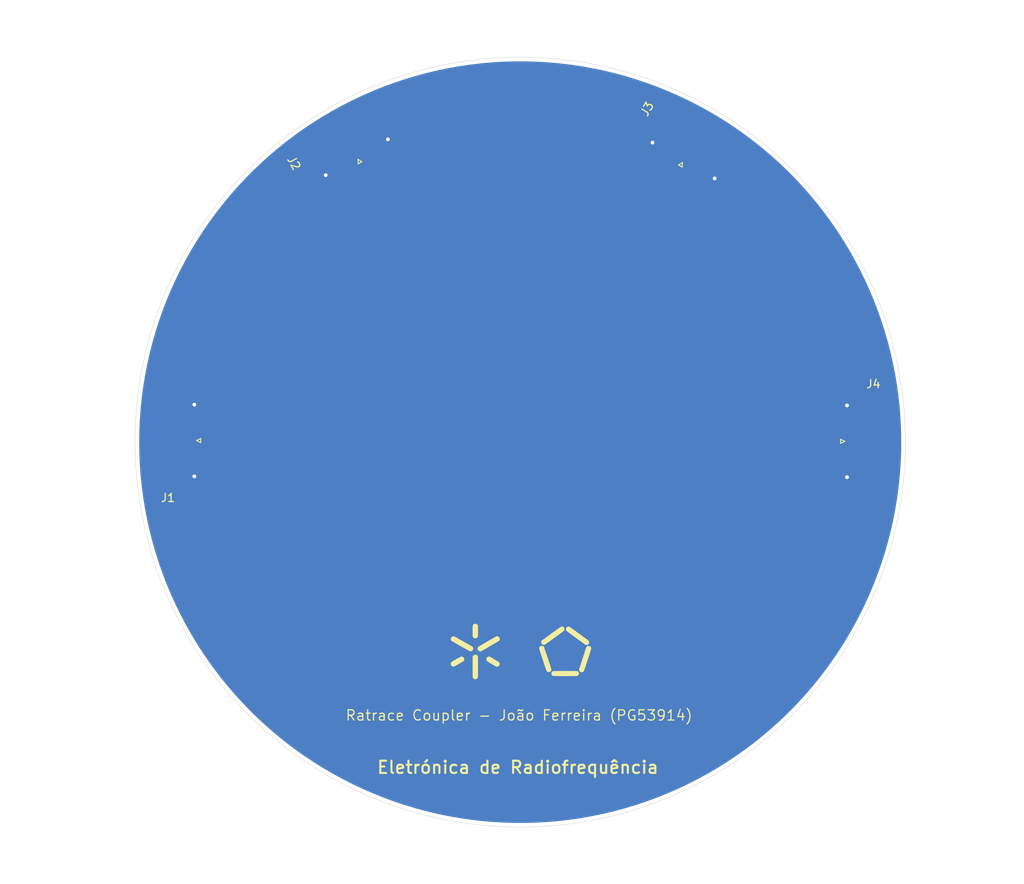
<source format=kicad_pcb>
(kicad_pcb (version 20240108) (generator "pcbnew") (generator_version "8.0")
  (layers (0 "F.Cu" signal) (31 "B.Cu" power) (34 "B.Paste" user) (35 "F.Paste" user) (36 "B.SilkS" user "B.Silkscreen") (37 "F.SilkS" user "F.Silkscreen") (38 "B.Mask" user) (39 "F.Mask" user) (44 "Edge.Cuts" user))
  (net 0 "")
  (net 1 "GND")
  (net 2 "Net-(J1-In)")
  (footprint "Connector_Coaxial:SMA_Molex_73251-1153_EdgeMount_Horizontal" (layer "F.Cu") (at 102.195 67.714287 -60)
    (property "Reference" "J2" (at -1.500001 7 120) (layer "F.SilkS"))
    (property "Value" "Conn_Coaxial_Small")
    (fp_line (start 2.000001 -0.000001) (end 2.500001 -0.25) (stroke (width 0.12)) (layer "F.SilkS"))
    (fp_line (start 2.5 0.250001) (end 2.000001 -0.000001) (stroke (width 0.12)) (layer "F.SilkS"))
    (fp_line (start 2.500001 -0.25) (end 2.5 0.250001) (stroke (width 0.12)) (layer "F.SilkS"))
    (pad "1" smd rect (at -1.72 -0.000001 300) (size 5.08 2.29) (layers "F.Cu" "F.Paste" "F.Mask") (net 2 "Net-(J1-In)"))
    (pad "2" smd rect (at -1.72 -4.38 300) (size 5.08 2.42) (layers "F.Cu" "F.Paste" "F.Mask") (net 1 "GND"))
    (pad "2" smd rect (at -1.72 -4.38 300) (size 5.08 2.42) (layers "B.Cu" "B.Paste" "B.Mask") (net 1 "GND"))
    (pad "2" smd rect (at -1.72 4.38 300) (size 5.08 2.42) (layers "F.Cu" "F.Paste" "F.Mask") (net 1 "GND"))
    (pad "2" smd rect (at -1.72 4.38 300) (size 5.08 2.42) (layers "B.Cu" "B.Paste" "B.Mask") (net 1 "GND"))
    (pad "2" smd rect (at 1.27 -4.38 300) (size 0.95 0.46) (layers "F.Cu") (net 1 "GND"))
    (pad "2" smd rect (at 1.27 -4.38 300) (size 0.95 0.46) (layers "B.Cu") (net 1 "GND"))
    (pad "2" smd rect (at 1.27 4.38 300) (size 0.95 0.46) (layers "F.Cu") (net 1 "GND"))
    (pad "2" smd rect (at 1.27 4.38 300) (size 0.95 0.46) (layers "B.Cu") (net 1 "GND"))
    (pad "2" thru_hole circle (at 1.72 -4.38 300) (size 0.97 0.97) (drill 0.46) (layers "*.Cu") (net 1 "GND"))
    (pad "2" thru_hole circle (at 1.72 4.38 300) (size 0.97 0.97) (drill 0.46) (layers "*.Cu") (net 1 "GND"))
  )
  (footprint "Connector_Coaxial:SMA_Molex_73251-1153_EdgeMount_Horizontal" (layer "F.Cu") (at 143.805001 68.114287 -120)
    (property "Reference" "J3" (at -1.5 6.999999 60) (layer "F.SilkS"))
    (property "Value" "Conn_Coaxial_Small")
    (fp_line (start 2.500001 0.25) (end 2.000001 0.000001) (stroke (width 0.12)) (layer "F.SilkS"))
    (fp_line (start 2.5 -0.249999) (end 2.500001 0.25) (stroke (width 0.12)) (layer "F.SilkS"))
    (fp_line (start 2.000001 0.000001) (end 2.5 -0.249999) (stroke (width 0.12)) (layer "F.SilkS"))
    (pad "1" smd rect (at -1.72 0 240) (size 5.08 2.29) (layers "F.Cu" "F.Paste" "F.Mask") (net 2 "Net-(J1-In)"))
    (pad "2" smd rect (at -1.72 -4.38 240) (size 5.08 2.42) (layers "F.Cu" "F.Paste" "F.Mask") (net 1 "GND"))
    (pad "2" smd rect (at -1.72 -4.38 240) (size 5.08 2.42) (layers "B.Cu" "B.Paste" "B.Mask") (net 1 "GND"))
    (pad "2" smd rect (at -1.72 4.379999 240) (size 5.08 2.42) (layers "F.Cu" "F.Paste" "F.Mask") (net 1 "GND"))
    (pad "2" smd rect (at -1.72 4.379999 240) (size 5.08 2.42) (layers "B.Cu" "B.Paste" "B.Mask") (net 1 "GND"))
    (pad "2" smd rect (at 1.27 -4.379999 240) (size 0.95 0.46) (layers "F.Cu") (net 1 "GND"))
    (pad "2" smd rect (at 1.27 -4.379999 240) (size 0.95 0.46) (layers "B.Cu") (net 1 "GND"))
    (pad "2" smd rect (at 1.270001 4.379999 240) (size 0.95 0.46) (layers "F.Cu") (net 1 "GND"))
    (pad "2" smd rect (at 1.270001 4.379999 240) (size 0.95 0.46) (layers "B.Cu") (net 1 "GND"))
    (pad "2" thru_hole circle (at 1.72 -4.379999 240) (size 0.97 0.97) (drill 0.46) (layers "*.Cu") (net 1 "GND"))
    (pad "2" thru_hole circle (at 1.72 4.38 240) (size 0.97 0.97) (drill 0.46) (layers "*.Cu") (net 1 "GND"))
  )
  (footprint "Connector_Coaxial:SMA_Molex_73251-1153_EdgeMount_Horizontal" (layer "F.Cu") (at 164.61 103.9 180)
    (property "Reference" "J4" (at -1.5 7 0) (layer "F.SilkS"))
    (property "Value" "Conn_Coaxial_Small")
    (fp_line (start 2.5 0.25) (end 2 0) (stroke (width 0.12)) (layer "F.SilkS"))
    (fp_line (start 2.5 -0.25) (end 2.5 0.25) (stroke (width 0.12)) (layer "F.SilkS"))
    (fp_line (start 2 0) (end 2.5 -0.25) (stroke (width 0.12)) (layer "F.SilkS"))
    (pad "1" smd rect (at -1.72 0 180) (size 5.08 2.29) (layers "F.Cu" "F.Paste" "F.Mask") (net 2 "Net-(J1-In)"))
    (pad "2" smd rect (at -1.72 -4.38 180) (size 5.08 2.42) (layers "F.Cu" "F.Paste" "F.Mask") (net 1 "GND"))
    (pad "2" smd rect (at -1.72 -4.38 180) (size 5.08 2.42) (layers "B.Cu" "B.Paste" "B.Mask") (net 1 "GND"))
    (pad "2" smd rect (at -1.72 4.38 180) (size 5.08 2.42) (layers "F.Cu" "F.Paste" "F.Mask") (net 1 "GND"))
    (pad "2" smd rect (at -1.72 4.38 180) (size 5.08 2.42) (layers "B.Cu" "B.Paste" "B.Mask") (net 1 "GND"))
    (pad "2" smd rect (at 1.27 -4.38 180) (size 0.95 0.46) (layers "F.Cu") (net 1 "GND"))
    (pad "2" smd rect (at 1.27 -4.38 180) (size 0.95 0.46) (layers "B.Cu") (net 1 "GND"))
    (pad "2" smd rect (at 1.27 4.38 180) (size 0.95 0.46) (layers "F.Cu") (net 1 "GND"))
    (pad "2" smd rect (at 1.27 4.38 180) (size 0.95 0.46) (layers "B.Cu") (net 1 "GND"))
    (pad "2" thru_hole circle (at 1.72 -4.38 180) (size 0.97 0.97) (drill 0.46) (layers "*.Cu") (net 1 "GND"))
    (pad "2" thru_hole circle (at 1.72 4.38 180) (size 0.97 0.97) (drill 0.46) (layers "*.Cu") (net 1 "GND"))
  )
  (footprint "Connector_Coaxial:SMA_Molex_73251-1153_EdgeMount_Horizontal" (layer "F.Cu") (at 81.5 103.8)
    (property "Reference" "J1" (at -1.5 7 0) (layer "F.SilkS"))
    (property "Value" "Conn_Coaxial_Small")
    (fp_line (start 2 0) (end 2.5 -0.25) (stroke (width 0.12)) (layer "F.SilkS"))
    (fp_line (start 2.5 -0.25) (end 2.5 0.25) (stroke (width 0.12)) (layer "F.SilkS"))
    (fp_line (start 2.5 0.25) (end 2 0) (stroke (width 0.12)) (layer "F.SilkS"))
    (pad "1" smd rect (at -1.72 0) (size 5.08 2.29) (layers "F.Cu" "F.Paste" "F.Mask") (net 2 "Net-(J1-In)"))
    (pad "2" smd rect (at -1.72 -4.38) (size 5.08 2.42) (layers "F.Cu" "F.Paste" "F.Mask") (net 1 "GND"))
    (pad "2" smd rect (at -1.72 -4.38) (size 5.08 2.42) (layers "B.Cu" "B.Paste" "B.Mask") (net 1 "GND"))
    (pad "2" smd rect (at -1.72 4.38) (size 5.08 2.42) (layers "F.Cu" "F.Paste" "F.Mask") (net 1 "GND"))
    (pad "2" smd rect (at -1.72 4.38) (size 5.08 2.42) (layers "B.Cu" "B.Paste" "B.Mask") (net 1 "GND"))
    (pad "2" smd rect (at 1.27 -4.38) (size 0.95 0.46) (layers "F.Cu") (net 1 "GND"))
    (pad "2" smd rect (at 1.27 -4.38) (size 0.95 0.46) (layers "B.Cu") (net 1 "GND"))
    (pad "2" smd rect (at 1.27 4.38) (size 0.95 0.46) (layers "F.Cu") (net 1 "GND"))
    (pad "2" smd rect (at 1.27 4.38) (size 0.95 0.46) (layers "B.Cu") (net 1 "GND"))
    (pad "2" thru_hole circle (at 1.72 -4.38) (size 0.97 0.97) (drill 0.46) (layers "*.Cu") (net 1 "GND"))
    (pad "2" thru_hole circle (at 1.72 4.38) (size 0.97 0.97) (drill 0.46) (layers "*.Cu") (net 1 "GND"))
  )
  (footprint "LOGO" (layer "F.Cu") (at 123 129.5)
    (property "Reference" "G***" (hide yes))
    (property "Value" "LOGO" (hide yes))
    (fp_poly (pts (xy 7.917325 -0.756054) (xy 7.90883 -0.747559) (xy 7.900335 -0.756054) (xy 7.90883 -0.764549)) (fill solid) (layer "F.SilkS"))
    (fp_poly (pts (xy 8.410034 -1.384682) (xy 8.401539 -1.376187) (xy 8.393044 -1.384682) (xy 8.401539 -1.393177)) (fill solid) (layer "F.SilkS"))
    (fp_poly (pts (xy -5.376997 -3.308297) (xy -5.287881 -3.263175) (xy -5.210585 -3.191019) (xy -5.208409 -3.18831) (xy -5.156454 -3.123041) (xy -5.151634 -2.461486) (xy -5.150494 -2.293147) (xy -5.149854 -2.155276) (xy -5.149847 -2.044365) (xy -5.150604 -1.956903) (xy -5.152259 -1.889381) (xy -5.154942 -1.83829) (xy -5.158788 -1.80012) (xy -5.163927 -1.771362) (xy -5.170493 -1.748506) (xy -5.178617 -1.728043) (xy -5.179348 -1.726383) (xy -5.233728 -1.643929) (xy -5.312291 -1.58234) (xy -5.40315 -1.547466) (xy -5.450286 -1.537258) (xy -5.481782 -1.531654) (xy -5.487759 -1.531251) (xy -5.508637 -1.535752) (xy -5.547251 -1.544777) (xy -5.548402 -1.545053) (xy -5.646078 -1.585366) (xy -5.728242 -1.653763) (xy -5.755737 -1.688662) (xy -5.802073 -1.755495) (xy -5.80741 -2.394102) (xy -5.80871 -2.570216) (xy -5.809176 -2.715806) (xy -5.808481 -2.834326) (xy -5.806299 -2.929229) (xy -5.802305 -3.003966) (xy -5.796172 -3.061991) (xy -5.787574 -3.106757) (xy -5.776186 -3.141716) (xy -5.761681 -3.170322) (xy -5.743733 -3.196027) (xy -5.730116 -3.212756) (xy -5.654495 -3.278615) (xy -5.566382 -3.316302) (xy -5.471857 -3.326101)) (fill solid) (layer "F.SilkS"))
    (fp_poly (pts (xy -3.697973 0.710654) (xy -3.652759 0.733121) (xy -3.585427 0.769843) (xy -3.500193 0.818258) (xy -3.401275 0.875804) (xy -3.292891 0.939919) (xy -3.179257 1.008041) (xy -3.064592 1.077608) (xy -2.953113 1.146058) (xy -2.849037 1.210829) (xy -2.756582 1.269359) (xy -2.679964 1.319087) (xy -2.623403 1.35745) (xy -2.591114 1.381886) (xy -2.587744 1.385078) (xy -2.533155 1.464668) (xy -2.507661 1.555435) (xy -2.511281 1.65098) (xy -2.544033 1.744899) (xy -2.5866 1.809065) (xy -2.657756 1.873869) (xy -2.742102 1.916751) (xy -2.831074 1.934999) (xy -2.916108 1.925902) (xy -2.934928 1.91937) (xy -2.958272 1.907196) (xy -3.006563 1.879946) (xy -3.075648 1.840085) (xy -3.161372 1.790079) (xy -3.259581 1.732395) (xy -3.366121 1.669497) (xy -3.476838 1.603853) (xy -3.587578 1.537927) (xy -3.694187 1.474186) (xy -3.792511 1.415095) (xy -3.878395 1.363121) (xy -3.947686 1.32073) (xy -3.996229 1.290387) (xy -4.013282 1.279252) (xy -4.0761 1.218329) (xy -4.121981 1.137594) (xy -4.144379 1.049589) (xy -4.145551 1.025865) (xy -4.137071 0.967605) (xy -4.115144 0.899858) (xy -4.102514 0.871745) (xy -4.042973 0.784688) (xy -3.966711 0.723393) (xy -3.878897 0.689917) (xy -3.784697 0.686316)) (fill solid) (layer "F.SilkS"))
    (fp_poly (pts (xy -7.083829 0.692468) (xy -7.033796 0.707399) (xy -6.981739 0.738822) (xy -6.980993 0.739347) (xy -6.901206 0.813645) (xy -6.851954 0.902803) (xy -6.833062 1.007186) (xy -6.833655 1.048499) (xy -6.837094 1.091413) (xy -6.843624 1.128834) (xy -6.855915 1.162964) (xy -6.876641 1.196008) (xy -6.908472 1.230167) (xy -6.954081 1.267646) (xy -7.016139 1.310647) (xy -7.097319 1.361374) (xy -7.200292 1.422029) (xy -7.32773 1.494816) (xy -7.476893 1.578896) (xy -7.602444 1.649154) (xy -7.720695 1.714704) (xy -7.827884 1.773508) (xy -7.920252 1.823528) (xy -7.994039 1.862728) (xy -8.045484 1.88907) (xy -8.069829 1.900189) (xy -8.149115 1.917795) (xy -8.224031 1.909873) (xy -8.28381 1.887707) (xy -8.369906 1.830916) (xy -8.435572 1.751678) (xy -8.476876 1.657253) (xy -8.489888 1.554898) (xy -8.486342 1.513708) (xy -8.4788 1.478413) (xy -8.465531 1.445223) (xy -8.443926 1.412187) (xy -8.411375 1.377358) (xy -8.36527 1.338785) (xy -8.303003 1.294519) (xy -8.221963 1.242611) (xy -8.119542 1.181112) (xy -7.993131 1.108072) (xy -7.840121 1.021543) (xy -7.789899 0.993366) (xy -7.64824 0.914087) (xy -7.532839 0.8499) (xy -7.44035 0.799212) (xy -7.367428 0.760433) (xy -7.310729 0.73197) (xy -7.266908 0.712233) (xy -7.232619 0.699629) (xy -7.204519 0.692568) (xy -7.17926 0.689456) (xy -7.1535 0.688704) (xy -7.149589 0.688696)) (fill solid) (layer "F.SilkS"))
    (fp_poly (pts (xy -8.0689 -1.774713) (xy -8.004021 -1.750858) (xy -7.953563 -1.724276) (xy -7.87963 -1.684147) (xy -7.785108 -1.632109) (xy -7.672884 -1.569801) (xy -7.545845 -1.498862) (xy -7.406878 -1.420929) (xy -7.258869 -1.337641) (xy -7.104705 -1.250637) (xy -6.947274 -1.161555) (xy -6.789462 -1.072034) (xy -6.634156 -0.983711) (xy -6.484243 -0.898226) (xy -6.342609 -0.817216) (xy -6.212142 -0.74232) (xy -6.095728 -0.675177) (xy -5.996254 -0.617426) (xy -5.916607 -0.570703) (xy -5.859674 -0.536649) (xy -5.828341 -0.5169) (xy -5.823612 -0.513364) (xy -5.765958 -0.438767) (xy -5.736241 -0.354138) (xy -5.732286 -0.265188) (xy -5.751917 -0.17763) (xy -5.792958 -0.097175) (xy -5.853233 -0.029533) (xy -5.930567 0.019583) (xy -6.022785 0.044463) (xy -6.036569 0.045674) (xy -6.109599 0.043866) (xy -6.170936 0.030366) (xy -6.178626 0.027201) (xy -6.211911 0.010464) (xy -6.27066 -0.020923) (xy -6.351978 -0.065321) (xy -6.452969 -0.121089) (xy -6.570739 -0.186587) (xy -6.702392 -0.260174) (xy -6.845034 -0.34021) (xy -6.995769 -0.425055) (xy -7.151703 -0.513069) (xy -7.30994 -0.60261) (xy -7.467586 -0.692039) (xy -7.621745 -0.779716) (xy -7.769523 -0.864) (xy -7.908024 -0.943251) (xy -8.034353 -1.015828) (xy -8.145616 -1.080092) (xy -8.238918 -1.134401) (xy -8.311363 -1.177116) (xy -8.360056 -1.206597) (xy -8.382102 -1.221202) (xy -8.382393 -1.221457) (xy -8.440752 -1.295547) (xy -8.471497 -1.382272) (xy -8.475197 -1.475282) (xy -8.452419 -1.568227) (xy -8.403732 -1.654757) (xy -8.337565 -1.722432) (xy -8.257207 -1.765944) (xy -8.164171 -1.783668)) (fill solid) (layer "F.SilkS"))
    (fp_poly (pts (xy 5.158526 -2.969137) (xy 5.21073 -2.958621) (xy 5.221285 -2.954216) (xy 5.302989 -2.895274) (xy 5.363152 -2.817153) (xy 5.399524 -2.726808) (xy 5.409852 -2.631198) (xy 5.391885 -2.537279) (xy 5.370884 -2.49189) (xy 5.353452 -2.475264) (xy 5.310872 -2.440674) (xy 5.245628 -2.389931) (xy 5.160205 -2.324849) (xy 5.057088 -2.247239) (xy 4.938759 -2.158912) (xy 4.807705 -2.061682) (xy 4.666409 -1.95736) (xy 4.517356 -1.847758) (xy 4.36303 -1.734688) (xy 4.205915 -1.619962) (xy 4.048496 -1.505393) (xy 3.893258 -1.392791) (xy 3.742683 -1.28397) (xy 3.599258 -1.180741) (xy 3.465466 -1.084916) (xy 3.343792 -0.998307) (xy 3.23672 -0.922727) (xy 3.146735 -0.859987) (xy 3.07632 -0.811899) (xy 3.02796 -0.780275) (xy 3.008593 -0.768921) (xy 2.915812 -0.736352) (xy 2.825703 -0.736683) (xy 2.738846 -0.766726) (xy 2.653732 -0.826533) (xy 2.593124 -0.909732) (xy 2.563344 -0.988502) (xy 2.553745 -1.085332) (xy 2.577389 -1.176836) (xy 2.633683 -1.260833) (xy 2.638817 -1.266361) (xy 2.660622 -1.284855) (xy 2.707278 -1.321085) (xy 2.776263 -1.373227) (xy 2.865056 -1.439453) (xy 2.971136 -1.517937) (xy 3.091981 -1.606854) (xy 3.22507 -1.704378) (xy 3.367882 -1.808682) (xy 3.517895 -1.917941) (xy 3.672588 -2.030327) (xy 3.829439 -2.144017) (xy 3.985928 -2.257183) (xy 4.139532 -2.367999) (xy 4.28773 -2.474639) (xy 4.428002 -2.575278) (xy 4.557825 -2.668089) (xy 4.674679 -2.751246) (xy 4.776041 -2.822923) (xy 4.859391 -2.881295) (xy 4.922207 -2.924534) (xy 4.961968 -2.950816) (xy 4.974919 -2.958219) (xy 5.025931 -2.969175) (xy 5.09203 -2.972735)) (fill solid) (layer "F.SilkS"))
    (fp_poly (pts (xy 5.782044 2.446754) (xy 6.0445 2.447355) (xy 6.273712 2.448361) (xy 6.470044 2.449777) (xy 6.633865 2.451608) (xy 6.765539 2.453857) (xy 6.865434 2.456531) (xy 6.933916 2.459632) (xy 6.971351 2.463165) (xy 6.977523 2.464626) (xy 7.058665 2.512553) (xy 7.120422 2.58453) (xy 7.158713 2.674272) (xy 7.169766 2.76087) (xy 7.154919 2.86086) (xy 7.113098 2.948494) (xy 7.048383 3.017484) (xy 6.977523 3.057113) (xy 6.950672 3.060846) (xy 6.893036 3.06416) (xy 6.807671 3.067061) (xy 6.697639 3.069557) (xy 6.565998 3.071652) (xy 6.415807 3.073353) (xy 6.250125 3.074665) (xy 6.072012 3.075596) (xy 5.884526 3.07615) (xy 5.690726 3.076334) (xy 5.493672 3.076154) (xy 5.296422 3.075616) (xy 5.102036 3.074727) (xy 4.913573 3.073491) (xy 4.734092 3.071916) (xy 4.566651 3.070006) (xy 4.414311 3.067769) (xy 4.28013 3.06521) (xy 4.167167 3.062336) (xy 4.078482 3.059151) (xy 4.017133 3.055664) (xy 3.986179 3.051878) (xy 3.984148 3.0512) (xy 3.908073 2.999935) (xy 3.851569 2.926649) (xy 3.817403 2.838858) (xy 3.808342 2.744076) (xy 3.827154 2.649817) (xy 3.831886 2.637768) (xy 3.871756 2.56387) (xy 3.925101 2.511135) (xy 3.979223 2.478727) (xy 3.991497 2.473042) (xy 4.006064 2.468068) (xy 4.025146 2.463758) (xy 4.050963 2.460064) (xy 4.085737 2.456939) (xy 4.131688 2.454336) (xy 4.191038 2.452207) (xy 4.266008 2.450505) (xy 4.358818 2.449182) (xy 4.47169 2.448192) (xy 4.606844 2.447485) (xy 4.766502 2.447016) (xy 4.952885 2.446736) (xy 5.168213 2.446599) (xy 5.414709 2.446557) (xy 5.485977 2.446555)) (fill solid) (layer "F.SilkS"))
    (fp_poly (pts (xy -2.75137 -1.788065) (xy -2.701239 -1.77309) (xy -2.648925 -1.741558) (xy -2.648062 -1.740953) (xy -2.569623 -1.668609) (xy -2.517206 -1.583577) (xy -2.491725 -1.491677) (xy -2.494093 -1.398729) (xy -2.525222 -1.310553) (xy -2.570754 -1.24809) (xy -2.593016 -1.231487) (xy -2.641905 -1.199719) (xy -2.71454 -1.154468) (xy -2.808039 -1.097416) (xy -2.919521 -1.030245) (xy -3.046102 -0.954638) (xy -3.184902 -0.872275) (xy -3.333039 -0.784839) (xy -3.487631 -0.694012) (xy -3.645795 -0.601476) (xy -3.80465 -0.508913) (xy -3.961315 -0.418004) (xy -4.112907 -0.330433) (xy -4.256544 -0.24788) (xy -4.389344 -0.172028) (xy -4.508427 -0.104558) (xy -4.610909 -0.047153) (xy -4.693909 -0.001495) (xy -4.754545 0.030735) (xy -4.789935 0.047854) (xy -4.793709 0.049309) (xy -4.873297 0.066184) (xy -4.949716 0.056467) (xy -5.003545 0.035749) (xy -5.09138 -0.021714) (xy -5.159235 -0.100199) (xy -5.202308 -0.192498) (xy -5.215919 -0.28292) (xy -5.20371 -0.357611) (xy -5.171648 -0.433891) (xy -5.126581 -0.497579) (xy -5.101285 -0.520287) (xy -5.079148 -0.534232) (xy -5.030021 -0.56372) (xy -4.956352 -0.607321) (xy -4.860587 -0.663606) (xy -4.745174 -0.731145) (xy -4.612561 -0.808506) (xy -4.465193 -0.894261) (xy -4.30552 -0.98698) (xy -4.135988 -1.085231) (xy -3.984147 -1.173077) (xy -3.781121 -1.290419) (xy -3.605338 -1.391901) (xy -3.454626 -1.478674) (xy -3.326813 -1.551891) (xy -3.219728 -1.612702) (xy -3.131199 -1.662258) (xy -3.059053 -1.701713) (xy -3.001119 -1.732217) (xy -2.955225 -1.754921) (xy -2.919199 -1.770978) (xy -2.890869 -1.781539) (xy -2.868064 -1.787755) (xy -2.848611 -1.790779) (xy -2.830339 -1.791761) (xy -2.817147 -1.791851)) (fill solid) (layer "F.SilkS"))
    (fp_poly (pts (xy 8.426553 -0.601514) (xy 8.503493 -0.577662) (xy 8.532695 -0.561429) (xy 8.600758 -0.503782) (xy 8.641162 -0.439146) (xy 8.660036 -0.356903) (xy 8.661735 -0.337846) (xy 8.662412 -0.318655) (xy 8.661321 -0.296729) (xy 8.65781 -0.269879) (xy 8.651222 -0.235912) (xy 8.640903 -0.19264) (xy 8.6262 -0.137869) (xy 8.606457 -0.069411) (xy 8.581021 0.014927) (xy 8.549236 0.117335) (xy 8.510448 0.240004) (xy 8.464004 0.385125) (xy 8.409247 0.554889) (xy 8.345524 0.751486) (xy 8.272181 0.977108) (xy 8.232644 1.098578) (xy 8.165323 1.304759) (xy 8.100467 1.502233) (xy 8.038914 1.688525) (xy 7.981498 1.861157) (xy 7.929055 2.01765) (xy 7.882422 2.155529) (xy 7.842434 2.272316) (xy 7.809928 2.365534) (xy 7.785738 2.432706) (xy 7.770702 2.471353) (xy 7.766686 2.479485) (xy 7.696559 2.549792) (xy 7.609365 2.591325) (xy 7.507355 2.603264) (xy 7.444736 2.596742) (xy 7.346766 2.564659) (xy 7.269035 2.508682) (xy 7.215174 2.432907) (xy 7.188814 2.341433) (xy 7.186756 2.305586) (xy 7.190669 2.277941) (xy 7.202627 2.227561) (xy 7.222959 2.153376) (xy 7.251996 2.054315) (xy 7.290067 1.929307) (xy 7.337503 1.777281) (xy 7.394632 1.597167) (xy 7.461784 1.387894) (xy 7.53929 1.148391) (xy 7.609816 0.931712) (xy 7.675811 0.729194) (xy 7.738795 0.535542) (xy 7.797964 0.353251) (xy 7.852511 0.184821) (xy 7.901633 0.032748) (xy 7.944525 -0.100471) (xy 7.980381 -0.212339) (xy 8.008396 -0.300357) (xy 8.027766 -0.362029) (xy 8.037686 -0.394857) (xy 8.038812 -0.399264) (xy 8.061567 -0.45315) (xy 8.106168 -0.510167) (xy 8.162894 -0.560868) (xy 8.222022 -0.595808) (xy 8.250075 -0.604536) (xy 8.337587 -0.611157)) (fill solid) (layer "F.SilkS"))
    (fp_poly (pts (xy -5.410193 0.452218) (xy -5.360692 0.460208) (xy -5.319338 0.47726) (xy -5.288944 0.495835) (xy -5.22539 0.553596) (xy -5.183681 0.616535) (xy -5.17691 0.630932) (xy -5.171044 0.645788) (xy -5.16603 0.663493) (xy -5.16181 0.686436) (xy -5.158329 0.717005) (xy -5.155531 0.75759) (xy -5.15336 0.81058) (xy -5.15176 0.878363) (xy -5.150676 0.963329) (xy -5.150051 1.067868) (xy -5.14983 1.194367) (xy -5.149956 1.345216) (xy -5.150375 1.522804) (xy -5.151029 1.72952) (xy -5.151863 1.967754) (xy -5.151891 1.975615) (xy -5.152758 2.21492) (xy -5.153586 2.422586) (xy -5.154445 2.600953) (xy -5.155405 2.752361) (xy -5.156535 2.879151) (xy -5.157906 2.983663) (xy -5.159586 3.068237) (xy -5.161645 3.135214) (xy -5.164154 3.186934) (xy -5.167182 3.225738) (xy -5.170798 3.253966) (xy -5.175073 3.273958) (xy -5.180076 3.288055) (xy -5.185876 3.298597) (xy -5.191534 3.306574) (xy -5.227357 3.347188) (xy -5.274311 3.391672) (xy -5.289487 3.40444) (xy -5.365862 3.445985) (xy -5.45642 3.463746) (xy -5.550108 3.456694) (xy -5.615184 3.434784) (xy -5.701474 3.378679) (xy -5.76279 3.302087) (xy -5.784272 3.25814) (xy -5.789319 3.242732) (xy -5.79369 3.220802) (xy -5.797431 3.19001) (xy -5.80059 3.148016) (xy -5.803213 3.092478) (xy -5.805348 3.021057) (xy -5.807041 2.931412) (xy -5.80834 2.821203) (xy -5.809291 2.688089) (xy -5.809942 2.529731) (xy -5.81034 2.343788) (xy -5.810532 2.127919) (xy -5.810568 1.949497) (xy -5.810568 0.703789) (xy -5.772341 0.628966) (xy -5.733753 0.570372) (xy -5.684079 0.515412) (xy -5.668824 0.502189) (xy -5.630773 0.474587) (xy -5.595782 0.458942) (xy -5.551827 0.451933) (xy -5.486884 0.450239) (xy -5.480693 0.450234)) (fill solid) (layer "F.SilkS"))
    (fp_poly (pts (xy 5.952695 -2.975113) (xy 5.968719 -2.971202) (xy 5.988727 -2.963157) (xy 6.014502 -2.949789) (xy 6.047828 -2.929905) (xy 6.090487 -2.902315) (xy 6.144263 -2.865827) (xy 6.210941 -2.819252) (xy 6.292302 -2.761397) (xy 6.390131 -2.691073) (xy 6.50621 -2.607087) (xy 6.642324 -2.50825) (xy 6.800255 -2.39337) (xy 6.981788 -2.261255) (xy 7.188705 -2.110716) (xy 7.237726 -2.075068) (xy 7.414473 -1.946212) (xy 7.582425 -1.823108) (xy 7.739515 -1.707307) (xy 7.883674 -1.600364) (xy 8.012832 -1.503832) (xy 8.124923 -1.419264) (xy 8.217876 -1.348214) (xy 8.289624 -1.292235) (xy 8.338099 -1.25288) (xy 8.36123 -1.231703) (xy 8.361921 -1.230845) (xy 8.406786 -1.145399) (xy 8.421295 -1.052084) (xy 8.405857 -0.957456) (xy 8.360882 -0.868068) (xy 8.337377 -0.83825) (xy 8.292133 -0.795215) (xy 8.243507 -0.76114) (xy 8.228203 -0.753523) (xy 8.157726 -0.735828) (xy 8.076765 -0.732708) (xy 8.000866 -0.743831) (xy 7.960319 -0.75923) (xy 7.937748 -0.774004) (xy 7.890343 -0.80702) (xy 7.820662 -0.856414) (xy 7.731265 -0.920323) (xy 7.624712 -0.996883) (xy 7.503561 -1.084232) (xy 7.370373 -1.180506) (xy 7.227707 -1.283843) (xy 7.078123 -1.392378) (xy 6.924178 -1.504248) (xy 6.768435 -1.617592) (xy 6.61345 -1.730544) (xy 6.461785 -1.841242) (xy 6.315998 -1.947824) (xy 6.178649 -2.048424) (xy 6.052298 -2.141182) (xy 5.939503 -2.224232) (xy 5.842825 -2.295712) (xy 5.764822 -2.353759) (xy 5.708054 -2.39651) (xy 5.675081 -2.422101) (xy 5.668885 -2.427338) (xy 5.61039 -2.496088) (xy 5.58001 -2.572327) (xy 5.572709 -2.650435) (xy 5.587907 -2.752785) (xy 5.630751 -2.844127) (xy 5.697123 -2.917355) (xy 5.746013 -2.949374) (xy 5.788502 -2.962611) (xy 5.84902 -2.971279) (xy 5.892769 -2.973244) (xy 5.910692 -2.973956) (xy 5.925465 -2.975299) (xy 5.938872 -2.976082)) (fill solid) (layer "F.SilkS"))
    (fp_poly (pts (xy 2.727269 -0.614859) (xy 2.807292 -0.581035) (xy 2.872106 -0.524034) (xy 2.889017 -0.500035) (xy 2.899879 -0.475143) (xy 2.920533 -0.420517) (xy 2.950105 -0.338686) (xy 2.987722 -0.23218) (xy 3.032511 -0.103526) (xy 3.083597 0.044746) (xy 3.140107 0.210107) (xy 3.201169 0.390028) (xy 3.265907 0.58198) (xy 3.333449 0.783435) (xy 3.365377 0.879072) (xy 3.447573 1.125786) (xy 3.519539 1.342424) (xy 3.581858 1.531125) (xy 3.635112 1.694027) (xy 3.679882 1.833267) (xy 3.716751 1.950984) (xy 3.746301 2.049317) (xy 3.769114 2.130403) (xy 3.785771 2.196381) (xy 3.796856 2.249388) (xy 3.802949 2.291564) (xy 3.804634 2.325046) (xy 3.802491 2.351973) (xy 3.797104 2.374483) (xy 3.789054 2.394714) (xy 3.781882 2.409171) (xy 3.722413 2.488278) (xy 3.640866 2.545228) (xy 3.543664 2.57637) (xy 3.47954 2.581134) (xy 3.42339 2.578631) (xy 3.379009 2.573712) (xy 3.364014 2.570216) (xy 3.289702 2.525419) (xy 3.22783 2.454807) (xy 3.203135 2.410357) (xy 3.179847 2.367124) (xy 3.160129 2.342671) (xy 3.151408 2.340707) (xy 3.145668 2.340861) (xy 3.150011 2.331722) (xy 3.149875 2.30903) (xy 3.140635 2.263904) (xy 3.124647 2.203678) (xy 3.104267 2.135683) (xy 3.081849 2.067252) (xy 3.059749 2.005717) (xy 3.040323 1.958409) (xy 3.025925 1.932662) (xy 3.021064 1.930308) (xy 3.013659 1.92599) (xy 3.016032 1.916501) (xy 3.012224 1.896991) (xy 2.998437 1.847995) (xy 2.975538 1.772232) (xy 2.944395 1.672418) (xy 2.905875 1.551272) (xy 2.860843 1.41151) (xy 2.810168 1.255849) (xy 2.754717 1.087009) (xy 2.695355 0.907705) (xy 2.667543 0.824165) (xy 2.593317 0.6013) (xy 2.529341 0.408236) (xy 2.474992 0.24258) (xy 2.429647 0.101938) (xy 2.392683 -0.016082) (xy 2.363477 -0.113873) (xy 2.341407 -0.193828) (xy 2.32585 -0.25834) (xy 2.316183 -0.309802) (xy 2.311783 -0.350606) (xy 2.312026 -0.383146) (xy 2.316291 -0.409815) (xy 2.323955 -0.433005) (xy 2.334394 -0.455109) (xy 2.334507 -0.455325) (xy 2.389654 -0.529245) (xy 2.463232 -0.5827) (xy 2.548512 -0.615149) (xy 2.638767 -0.62605)) (fill solid) (layer "F.SilkS"))
  )
  (gr_line (start 131.85 88.65) (end 143.805001 68.114287) (stroke (width 3)) (layer "F.Cu") (net 2))
  (gr_line (start 114 88.8) (end 102.195 67.714287) (stroke (width 3)) (layer "F.Cu") (net 2))
  (gr_line (start 140.7 104) (end 164.61 103.9) (stroke (width 3)) (layer "F.Cu") (net 2))
  (gr_circle (center 123 104) (end 140 104) (stroke (width 1.6)) (fill none) (layer "F.Cu") (net 2))
  (gr_line (start 105.3 103.9) (end 81.5 103.8) (stroke (width 3)) (layer "F.Cu") (net 2))
  (gr_circle (center 123 104) (end 170 105.1) (stroke (width 0.05)) (fill none) (layer "Edge.Cuts"))
  (gr_text "Ratrace Coupler - João Ferreira (PG53914)" (at 101.6 138.1 0) (layer "F.SilkS") (effects (font (size 1.25 1.25)) (justify left bottom)))
  (gr_text "Eletrónica de Radiofrequência" (at 105.4 144.6 0) (layer "F.SilkS") (effects (font (size 1.5 1.5) (thickness 0.25) (bold yes)) (justify left bottom)))
  (zone (net 1) (net_name "GND") (layer "B.Cu") (connect_pads yes (clearance 0.3)) (min_thickness 0.25) (fill yes (thermal_gap 0.5) (thermal_bridge_width 0.5))
    (polygon (pts (xy 59.5 50) (xy 59.5 157.5) (xy 184.5 158) (xy 184.5 50.5)))
  )
)
</source>
